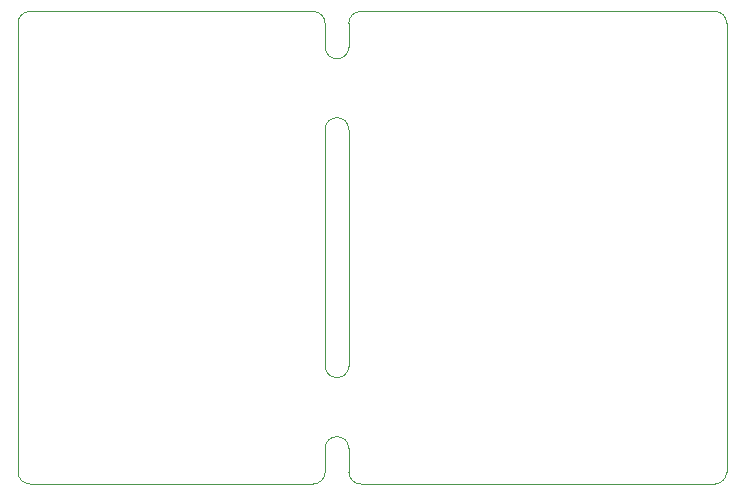
<source format=gbr>
%TF.GenerationSoftware,KiCad,Pcbnew,(5.1.7)-1*%
%TF.CreationDate,2020-11-01T18:22:08+02:00*%
%TF.ProjectId,Piirilevy_dsp,50696972-696c-4657-9679-5f6473702e6b,rev?*%
%TF.SameCoordinates,Original*%
%TF.FileFunction,Profile,NP*%
%FSLAX46Y46*%
G04 Gerber Fmt 4.6, Leading zero omitted, Abs format (unit mm)*
G04 Created by KiCad (PCBNEW (5.1.7)-1) date 2020-11-01 18:22:08*
%MOMM*%
%LPD*%
G01*
G04 APERTURE LIST*
%TA.AperFunction,Profile*%
%ADD10C,0.050000*%
%TD*%
G04 APERTURE END LIST*
D10*
X146000000Y-80000000D02*
G75*
G02*
X148000000Y-80000000I1000000J0D01*
G01*
X148000000Y-100000000D02*
G75*
G02*
X146000000Y-100000000I-1000000J0D01*
G01*
X146000000Y-107000000D02*
G75*
G02*
X148000000Y-107000000I1000000J0D01*
G01*
X149000000Y-110000000D02*
G75*
G02*
X148000000Y-109000000I0J1000000D01*
G01*
X146000000Y-109000000D02*
G75*
G02*
X145000000Y-110000000I-1000000J0D01*
G01*
X148000000Y-73000000D02*
G75*
G02*
X146000000Y-73000000I-1000000J0D01*
G01*
X145000000Y-70000000D02*
G75*
G02*
X146000000Y-71000000I0J-1000000D01*
G01*
X148000000Y-71000000D02*
G75*
G02*
X149000000Y-70000000I1000000J0D01*
G01*
X148000000Y-107000000D02*
X148000000Y-109000000D01*
X146000000Y-109000000D02*
X146000000Y-107000000D01*
X148000000Y-71000000D02*
X148000000Y-73000000D01*
X146000000Y-71000000D02*
X146000000Y-73000000D01*
X148000000Y-80000000D02*
X148000000Y-100000000D01*
X146000000Y-80000000D02*
X146000000Y-100000000D01*
X145000000Y-110000000D02*
X121000000Y-110000000D01*
X149000000Y-70000000D02*
X179000000Y-70000000D01*
X121000000Y-110000000D02*
G75*
G02*
X120000000Y-109000000I0J1000000D01*
G01*
X180000000Y-109000000D02*
G75*
G02*
X179000000Y-110000000I-1000000J0D01*
G01*
X179000000Y-70000000D02*
G75*
G02*
X180000000Y-71000000I0J-1000000D01*
G01*
X120000000Y-71000000D02*
G75*
G02*
X121000000Y-70000000I1000000J0D01*
G01*
X120000000Y-109000000D02*
X120000000Y-71000000D01*
X179000000Y-110000000D02*
X149000000Y-110000000D01*
X180000000Y-71000000D02*
X180000000Y-109000000D01*
X121000000Y-70000000D02*
X145000000Y-70000000D01*
M02*

</source>
